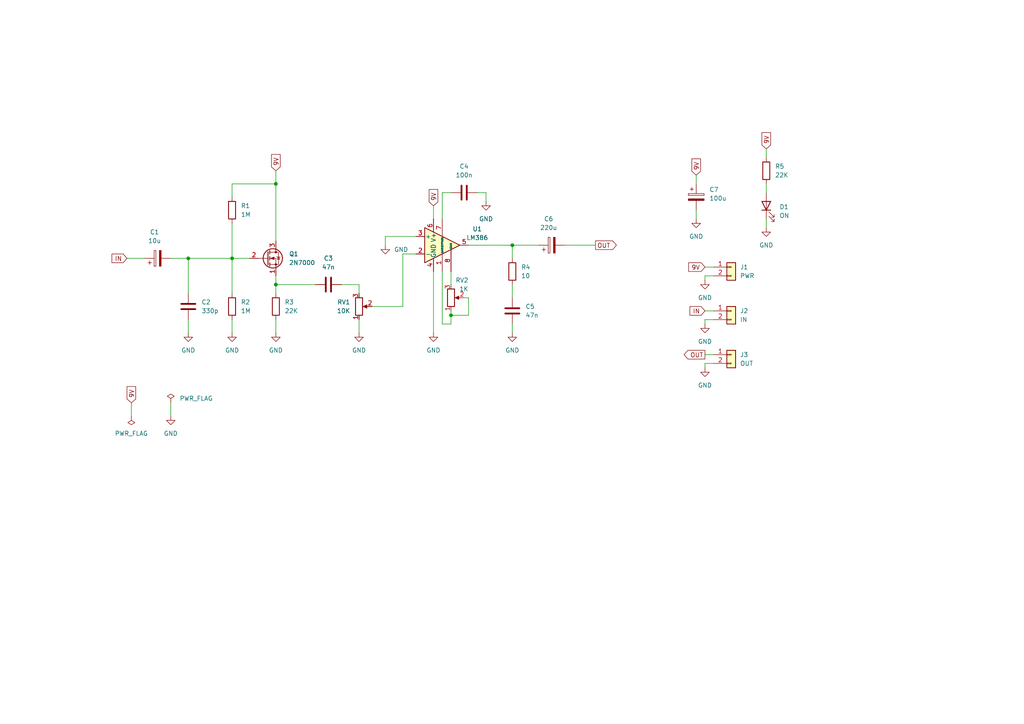
<source format=kicad_sch>
(kicad_sch (version 20211123) (generator eeschema)

  (uuid e63e39d7-6ac0-4ffd-8aa3-1841a4541b55)

  (paper "A4")

  (title_block
    (company "BG1REN")
  )

  (lib_symbols
    (symbol "Amplifier_Audio:LM386" (pin_names (offset 0.127)) (in_bom yes) (on_board yes)
      (property "Reference" "U" (id 0) (at 1.27 7.62 0)
        (effects (font (size 1.27 1.27)) (justify left))
      )
      (property "Value" "LM386" (id 1) (at 1.27 5.08 0)
        (effects (font (size 1.27 1.27)) (justify left))
      )
      (property "Footprint" "" (id 2) (at 2.54 2.54 0)
        (effects (font (size 1.27 1.27)) hide)
      )
      (property "Datasheet" "http://www.ti.com/lit/ds/symlink/lm386.pdf" (id 3) (at 5.08 5.08 0)
        (effects (font (size 1.27 1.27)) hide)
      )
      (property "ki_keywords" "single Power opamp" (id 4) (at 0 0 0)
        (effects (font (size 1.27 1.27)) hide)
      )
      (property "ki_description" "Low Voltage Audio Power Amplifier, DIP-8/SOIC-8/SSOP-8" (id 5) (at 0 0 0)
        (effects (font (size 1.27 1.27)) hide)
      )
      (property "ki_fp_filters" "SOIC*3.9x4.9mm*P1.27mm* DIP*W7.62mm* MSSOP*P0.65mm* TSSOP*3x3mm*P0.5mm*" (id 6) (at 0 0 0)
        (effects (font (size 1.27 1.27)) hide)
      )
      (symbol "LM386_0_1"
        (polyline
          (pts
            (xy 5.08 0)
            (xy -5.08 5.08)
            (xy -5.08 -5.08)
            (xy 5.08 0)
          )
          (stroke (width 0.254) (type default) (color 0 0 0 0))
          (fill (type background))
        )
      )
      (symbol "LM386_1_1"
        (pin input line (at 0 -7.62 90) (length 5.08)
          (name "GAIN" (effects (font (size 0.508 0.508))))
          (number "1" (effects (font (size 1.27 1.27))))
        )
        (pin input line (at -7.62 -2.54 0) (length 2.54)
          (name "-" (effects (font (size 1.27 1.27))))
          (number "2" (effects (font (size 1.27 1.27))))
        )
        (pin input line (at -7.62 2.54 0) (length 2.54)
          (name "+" (effects (font (size 1.27 1.27))))
          (number "3" (effects (font (size 1.27 1.27))))
        )
        (pin power_in line (at -2.54 -7.62 90) (length 3.81)
          (name "GND" (effects (font (size 1.27 1.27))))
          (number "4" (effects (font (size 1.27 1.27))))
        )
        (pin output line (at 7.62 0 180) (length 2.54)
          (name "~" (effects (font (size 1.27 1.27))))
          (number "5" (effects (font (size 1.27 1.27))))
        )
        (pin power_in line (at -2.54 7.62 270) (length 3.81)
          (name "V+" (effects (font (size 1.27 1.27))))
          (number "6" (effects (font (size 1.27 1.27))))
        )
        (pin input line (at 0 7.62 270) (length 5.08)
          (name "BYPASS" (effects (font (size 0.508 0.508))))
          (number "7" (effects (font (size 1.27 1.27))))
        )
        (pin input line (at 2.54 -7.62 90) (length 6.35)
          (name "GAIN" (effects (font (size 0.508 0.508))))
          (number "8" (effects (font (size 1.27 1.27))))
        )
      )
    )
    (symbol "Connector_Generic:Conn_01x02" (pin_names (offset 1.016) hide) (in_bom yes) (on_board yes)
      (property "Reference" "J" (id 0) (at 0 2.54 0)
        (effects (font (size 1.27 1.27)))
      )
      (property "Value" "Conn_01x02" (id 1) (at 0 -5.08 0)
        (effects (font (size 1.27 1.27)))
      )
      (property "Footprint" "" (id 2) (at 0 0 0)
        (effects (font (size 1.27 1.27)) hide)
      )
      (property "Datasheet" "~" (id 3) (at 0 0 0)
        (effects (font (size 1.27 1.27)) hide)
      )
      (property "ki_keywords" "connector" (id 4) (at 0 0 0)
        (effects (font (size 1.27 1.27)) hide)
      )
      (property "ki_description" "Generic connector, single row, 01x02, script generated (kicad-library-utils/schlib/autogen/connector/)" (id 5) (at 0 0 0)
        (effects (font (size 1.27 1.27)) hide)
      )
      (property "ki_fp_filters" "Connector*:*_1x??_*" (id 6) (at 0 0 0)
        (effects (font (size 1.27 1.27)) hide)
      )
      (symbol "Conn_01x02_1_1"
        (rectangle (start -1.27 -2.413) (end 0 -2.667)
          (stroke (width 0.1524) (type default) (color 0 0 0 0))
          (fill (type none))
        )
        (rectangle (start -1.27 0.127) (end 0 -0.127)
          (stroke (width 0.1524) (type default) (color 0 0 0 0))
          (fill (type none))
        )
        (rectangle (start -1.27 1.27) (end 1.27 -3.81)
          (stroke (width 0.254) (type default) (color 0 0 0 0))
          (fill (type background))
        )
        (pin passive line (at -5.08 0 0) (length 3.81)
          (name "Pin_1" (effects (font (size 1.27 1.27))))
          (number "1" (effects (font (size 1.27 1.27))))
        )
        (pin passive line (at -5.08 -2.54 0) (length 3.81)
          (name "Pin_2" (effects (font (size 1.27 1.27))))
          (number "2" (effects (font (size 1.27 1.27))))
        )
      )
    )
    (symbol "Device:C" (pin_numbers hide) (pin_names (offset 0.254)) (in_bom yes) (on_board yes)
      (property "Reference" "C" (id 0) (at 0.635 2.54 0)
        (effects (font (size 1.27 1.27)) (justify left))
      )
      (property "Value" "C" (id 1) (at 0.635 -2.54 0)
        (effects (font (size 1.27 1.27)) (justify left))
      )
      (property "Footprint" "" (id 2) (at 0.9652 -3.81 0)
        (effects (font (size 1.27 1.27)) hide)
      )
      (property "Datasheet" "~" (id 3) (at 0 0 0)
        (effects (font (size 1.27 1.27)) hide)
      )
      (property "ki_keywords" "cap capacitor" (id 4) (at 0 0 0)
        (effects (font (size 1.27 1.27)) hide)
      )
      (property "ki_description" "Unpolarized capacitor" (id 5) (at 0 0 0)
        (effects (font (size 1.27 1.27)) hide)
      )
      (property "ki_fp_filters" "C_*" (id 6) (at 0 0 0)
        (effects (font (size 1.27 1.27)) hide)
      )
      (symbol "C_0_1"
        (polyline
          (pts
            (xy -2.032 -0.762)
            (xy 2.032 -0.762)
          )
          (stroke (width 0.508) (type default) (color 0 0 0 0))
          (fill (type none))
        )
        (polyline
          (pts
            (xy -2.032 0.762)
            (xy 2.032 0.762)
          )
          (stroke (width 0.508) (type default) (color 0 0 0 0))
          (fill (type none))
        )
      )
      (symbol "C_1_1"
        (pin passive line (at 0 3.81 270) (length 2.794)
          (name "~" (effects (font (size 1.27 1.27))))
          (number "1" (effects (font (size 1.27 1.27))))
        )
        (pin passive line (at 0 -3.81 90) (length 2.794)
          (name "~" (effects (font (size 1.27 1.27))))
          (number "2" (effects (font (size 1.27 1.27))))
        )
      )
    )
    (symbol "Device:C_Polarized" (pin_numbers hide) (pin_names (offset 0.254)) (in_bom yes) (on_board yes)
      (property "Reference" "C" (id 0) (at 0.635 2.54 0)
        (effects (font (size 1.27 1.27)) (justify left))
      )
      (property "Value" "C_Polarized" (id 1) (at 0.635 -2.54 0)
        (effects (font (size 1.27 1.27)) (justify left))
      )
      (property "Footprint" "" (id 2) (at 0.9652 -3.81 0)
        (effects (font (size 1.27 1.27)) hide)
      )
      (property "Datasheet" "~" (id 3) (at 0 0 0)
        (effects (font (size 1.27 1.27)) hide)
      )
      (property "ki_keywords" "cap capacitor" (id 4) (at 0 0 0)
        (effects (font (size 1.27 1.27)) hide)
      )
      (property "ki_description" "Polarized capacitor" (id 5) (at 0 0 0)
        (effects (font (size 1.27 1.27)) hide)
      )
      (property "ki_fp_filters" "CP_*" (id 6) (at 0 0 0)
        (effects (font (size 1.27 1.27)) hide)
      )
      (symbol "C_Polarized_0_1"
        (rectangle (start -2.286 0.508) (end 2.286 1.016)
          (stroke (width 0) (type default) (color 0 0 0 0))
          (fill (type none))
        )
        (polyline
          (pts
            (xy -1.778 2.286)
            (xy -0.762 2.286)
          )
          (stroke (width 0) (type default) (color 0 0 0 0))
          (fill (type none))
        )
        (polyline
          (pts
            (xy -1.27 2.794)
            (xy -1.27 1.778)
          )
          (stroke (width 0) (type default) (color 0 0 0 0))
          (fill (type none))
        )
        (rectangle (start 2.286 -0.508) (end -2.286 -1.016)
          (stroke (width 0) (type default) (color 0 0 0 0))
          (fill (type outline))
        )
      )
      (symbol "C_Polarized_1_1"
        (pin passive line (at 0 3.81 270) (length 2.794)
          (name "~" (effects (font (size 1.27 1.27))))
          (number "1" (effects (font (size 1.27 1.27))))
        )
        (pin passive line (at 0 -3.81 90) (length 2.794)
          (name "~" (effects (font (size 1.27 1.27))))
          (number "2" (effects (font (size 1.27 1.27))))
        )
      )
    )
    (symbol "Device:LED" (pin_numbers hide) (pin_names (offset 1.016) hide) (in_bom yes) (on_board yes)
      (property "Reference" "D" (id 0) (at 0 2.54 0)
        (effects (font (size 1.27 1.27)))
      )
      (property "Value" "LED" (id 1) (at 0 -2.54 0)
        (effects (font (size 1.27 1.27)))
      )
      (property "Footprint" "" (id 2) (at 0 0 0)
        (effects (font (size 1.27 1.27)) hide)
      )
      (property "Datasheet" "~" (id 3) (at 0 0 0)
        (effects (font (size 1.27 1.27)) hide)
      )
      (property "ki_keywords" "LED diode" (id 4) (at 0 0 0)
        (effects (font (size 1.27 1.27)) hide)
      )
      (property "ki_description" "Light emitting diode" (id 5) (at 0 0 0)
        (effects (font (size 1.27 1.27)) hide)
      )
      (property "ki_fp_filters" "LED* LED_SMD:* LED_THT:*" (id 6) (at 0 0 0)
        (effects (font (size 1.27 1.27)) hide)
      )
      (symbol "LED_0_1"
        (polyline
          (pts
            (xy -1.27 -1.27)
            (xy -1.27 1.27)
          )
          (stroke (width 0.254) (type default) (color 0 0 0 0))
          (fill (type none))
        )
        (polyline
          (pts
            (xy -1.27 0)
            (xy 1.27 0)
          )
          (stroke (width 0) (type default) (color 0 0 0 0))
          (fill (type none))
        )
        (polyline
          (pts
            (xy 1.27 -1.27)
            (xy 1.27 1.27)
            (xy -1.27 0)
            (xy 1.27 -1.27)
          )
          (stroke (width 0.254) (type default) (color 0 0 0 0))
          (fill (type none))
        )
        (polyline
          (pts
            (xy -3.048 -0.762)
            (xy -4.572 -2.286)
            (xy -3.81 -2.286)
            (xy -4.572 -2.286)
            (xy -4.572 -1.524)
          )
          (stroke (width 0) (type default) (color 0 0 0 0))
          (fill (type none))
        )
        (polyline
          (pts
            (xy -1.778 -0.762)
            (xy -3.302 -2.286)
            (xy -2.54 -2.286)
            (xy -3.302 -2.286)
            (xy -3.302 -1.524)
          )
          (stroke (width 0) (type default) (color 0 0 0 0))
          (fill (type none))
        )
      )
      (symbol "LED_1_1"
        (pin passive line (at -3.81 0 0) (length 2.54)
          (name "K" (effects (font (size 1.27 1.27))))
          (number "1" (effects (font (size 1.27 1.27))))
        )
        (pin passive line (at 3.81 0 180) (length 2.54)
          (name "A" (effects (font (size 1.27 1.27))))
          (number "2" (effects (font (size 1.27 1.27))))
        )
      )
    )
    (symbol "Device:R" (pin_numbers hide) (pin_names (offset 0)) (in_bom yes) (on_board yes)
      (property "Reference" "R" (id 0) (at 2.032 0 90)
        (effects (font (size 1.27 1.27)))
      )
      (property "Value" "R" (id 1) (at 0 0 90)
        (effects (font (size 1.27 1.27)))
      )
      (property "Footprint" "" (id 2) (at -1.778 0 90)
        (effects (font (size 1.27 1.27)) hide)
      )
      (property "Datasheet" "~" (id 3) (at 0 0 0)
        (effects (font (size 1.27 1.27)) hide)
      )
      (property "ki_keywords" "R res resistor" (id 4) (at 0 0 0)
        (effects (font (size 1.27 1.27)) hide)
      )
      (property "ki_description" "Resistor" (id 5) (at 0 0 0)
        (effects (font (size 1.27 1.27)) hide)
      )
      (property "ki_fp_filters" "R_*" (id 6) (at 0 0 0)
        (effects (font (size 1.27 1.27)) hide)
      )
      (symbol "R_0_1"
        (rectangle (start -1.016 -2.54) (end 1.016 2.54)
          (stroke (width 0.254) (type default) (color 0 0 0 0))
          (fill (type none))
        )
      )
      (symbol "R_1_1"
        (pin passive line (at 0 3.81 270) (length 1.27)
          (name "~" (effects (font (size 1.27 1.27))))
          (number "1" (effects (font (size 1.27 1.27))))
        )
        (pin passive line (at 0 -3.81 90) (length 1.27)
          (name "~" (effects (font (size 1.27 1.27))))
          (number "2" (effects (font (size 1.27 1.27))))
        )
      )
    )
    (symbol "Device:R_Potentiometer" (pin_names (offset 1.016) hide) (in_bom yes) (on_board yes)
      (property "Reference" "RV" (id 0) (at -4.445 0 90)
        (effects (font (size 1.27 1.27)))
      )
      (property "Value" "R_Potentiometer" (id 1) (at -2.54 0 90)
        (effects (font (size 1.27 1.27)))
      )
      (property "Footprint" "" (id 2) (at 0 0 0)
        (effects (font (size 1.27 1.27)) hide)
      )
      (property "Datasheet" "~" (id 3) (at 0 0 0)
        (effects (font (size 1.27 1.27)) hide)
      )
      (property "ki_keywords" "resistor variable" (id 4) (at 0 0 0)
        (effects (font (size 1.27 1.27)) hide)
      )
      (property "ki_description" "Potentiometer" (id 5) (at 0 0 0)
        (effects (font (size 1.27 1.27)) hide)
      )
      (property "ki_fp_filters" "Potentiometer*" (id 6) (at 0 0 0)
        (effects (font (size 1.27 1.27)) hide)
      )
      (symbol "R_Potentiometer_0_1"
        (polyline
          (pts
            (xy 2.54 0)
            (xy 1.524 0)
          )
          (stroke (width 0) (type default) (color 0 0 0 0))
          (fill (type none))
        )
        (polyline
          (pts
            (xy 1.143 0)
            (xy 2.286 0.508)
            (xy 2.286 -0.508)
            (xy 1.143 0)
          )
          (stroke (width 0) (type default) (color 0 0 0 0))
          (fill (type outline))
        )
        (rectangle (start 1.016 2.54) (end -1.016 -2.54)
          (stroke (width 0.254) (type default) (color 0 0 0 0))
          (fill (type none))
        )
      )
      (symbol "R_Potentiometer_1_1"
        (pin passive line (at 0 3.81 270) (length 1.27)
          (name "1" (effects (font (size 1.27 1.27))))
          (number "1" (effects (font (size 1.27 1.27))))
        )
        (pin passive line (at 3.81 0 180) (length 1.27)
          (name "2" (effects (font (size 1.27 1.27))))
          (number "2" (effects (font (size 1.27 1.27))))
        )
        (pin passive line (at 0 -3.81 90) (length 1.27)
          (name "3" (effects (font (size 1.27 1.27))))
          (number "3" (effects (font (size 1.27 1.27))))
        )
      )
    )
    (symbol "Transistor_FET:2N7000" (pin_names hide) (in_bom yes) (on_board yes)
      (property "Reference" "Q" (id 0) (at 5.08 1.905 0)
        (effects (font (size 1.27 1.27)) (justify left))
      )
      (property "Value" "2N7000" (id 1) (at 5.08 0 0)
        (effects (font (size 1.27 1.27)) (justify left))
      )
      (property "Footprint" "Package_TO_SOT_THT:TO-92_Inline" (id 2) (at 5.08 -1.905 0)
        (effects (font (size 1.27 1.27) italic) (justify left) hide)
      )
      (property "Datasheet" "https://www.onsemi.com/pub/Collateral/NDS7002A-D.PDF" (id 3) (at 0 0 0)
        (effects (font (size 1.27 1.27)) (justify left) hide)
      )
      (property "ki_keywords" "N-Channel MOSFET Logic-Level" (id 4) (at 0 0 0)
        (effects (font (size 1.27 1.27)) hide)
      )
      (property "ki_description" "0.2A Id, 200V Vds, N-Channel MOSFET, 2.6V Logic Level, TO-92" (id 5) (at 0 0 0)
        (effects (font (size 1.27 1.27)) hide)
      )
      (property "ki_fp_filters" "TO?92*" (id 6) (at 0 0 0)
        (effects (font (size 1.27 1.27)) hide)
      )
      (symbol "2N7000_0_1"
        (polyline
          (pts
            (xy 0.254 0)
            (xy -2.54 0)
          )
          (stroke (width 0) (type default) (color 0 0 0 0))
          (fill (type none))
        )
        (polyline
          (pts
            (xy 0.254 1.905)
            (xy 0.254 -1.905)
          )
          (stroke (width 0.254) (type default) (color 0 0 0 0))
          (fill (type none))
        )
        (polyline
          (pts
            (xy 0.762 -1.27)
            (xy 0.762 -2.286)
          )
          (stroke (width 0.254) (type default) (color 0 0 0 0))
          (fill (type none))
        )
        (polyline
          (pts
            (xy 0.762 0.508)
            (xy 0.762 -0.508)
          )
          (stroke (width 0.254) (type default) (color 0 0 0 0))
          (fill (type none))
        )
        (polyline
          (pts
            (xy 0.762 2.286)
            (xy 0.762 1.27)
          )
          (stroke (width 0.254) (type default) (color 0 0 0 0))
          (fill (type none))
        )
        (polyline
          (pts
            (xy 2.54 2.54)
            (xy 2.54 1.778)
          )
          (stroke (width 0) (type default) (color 0 0 0 0))
          (fill (type none))
        )
        (polyline
          (pts
            (xy 2.54 -2.54)
            (xy 2.54 0)
            (xy 0.762 0)
          )
          (stroke (width 0) (type default) (color 0 0 0 0))
          (fill (type none))
        )
        (polyline
          (pts
            (xy 0.762 -1.778)
            (xy 3.302 -1.778)
            (xy 3.302 1.778)
            (xy 0.762 1.778)
          )
          (stroke (width 0) (type default) (color 0 0 0 0))
          (fill (type none))
        )
        (polyline
          (pts
            (xy 1.016 0)
            (xy 2.032 0.381)
            (xy 2.032 -0.381)
            (xy 1.016 0)
          )
          (stroke (width 0) (type default) (color 0 0 0 0))
          (fill (type outline))
        )
        (polyline
          (pts
            (xy 2.794 0.508)
            (xy 2.921 0.381)
            (xy 3.683 0.381)
            (xy 3.81 0.254)
          )
          (stroke (width 0) (type default) (color 0 0 0 0))
          (fill (type none))
        )
        (polyline
          (pts
            (xy 3.302 0.381)
            (xy 2.921 -0.254)
            (xy 3.683 -0.254)
            (xy 3.302 0.381)
          )
          (stroke (width 0) (type default) (color 0 0 0 0))
          (fill (type none))
        )
        (circle (center 1.651 0) (radius 2.794)
          (stroke (width 0.254) (type default) (color 0 0 0 0))
          (fill (type none))
        )
        (circle (center 2.54 -1.778) (radius 0.254)
          (stroke (width 0) (type default) (color 0 0 0 0))
          (fill (type outline))
        )
        (circle (center 2.54 1.778) (radius 0.254)
          (stroke (width 0) (type default) (color 0 0 0 0))
          (fill (type outline))
        )
      )
      (symbol "2N7000_1_1"
        (pin passive line (at 2.54 -5.08 90) (length 2.54)
          (name "S" (effects (font (size 1.27 1.27))))
          (number "1" (effects (font (size 1.27 1.27))))
        )
        (pin input line (at -5.08 0 0) (length 2.54)
          (name "G" (effects (font (size 1.27 1.27))))
          (number "2" (effects (font (size 1.27 1.27))))
        )
        (pin passive line (at 2.54 5.08 270) (length 2.54)
          (name "D" (effects (font (size 1.27 1.27))))
          (number "3" (effects (font (size 1.27 1.27))))
        )
      )
    )
    (symbol "power:GND" (power) (pin_names (offset 0)) (in_bom yes) (on_board yes)
      (property "Reference" "#PWR" (id 0) (at 0 -6.35 0)
        (effects (font (size 1.27 1.27)) hide)
      )
      (property "Value" "GND" (id 1) (at 0 -3.81 0)
        (effects (font (size 1.27 1.27)))
      )
      (property "Footprint" "" (id 2) (at 0 0 0)
        (effects (font (size 1.27 1.27)) hide)
      )
      (property "Datasheet" "" (id 3) (at 0 0 0)
        (effects (font (size 1.27 1.27)) hide)
      )
      (property "ki_keywords" "power-flag" (id 4) (at 0 0 0)
        (effects (font (size 1.27 1.27)) hide)
      )
      (property "ki_description" "Power symbol creates a global label with name \"GND\" , ground" (id 5) (at 0 0 0)
        (effects (font (size 1.27 1.27)) hide)
      )
      (symbol "GND_0_1"
        (polyline
          (pts
            (xy 0 0)
            (xy 0 -1.27)
            (xy 1.27 -1.27)
            (xy 0 -2.54)
            (xy -1.27 -1.27)
            (xy 0 -1.27)
          )
          (stroke (width 0) (type default) (color 0 0 0 0))
          (fill (type none))
        )
      )
      (symbol "GND_1_1"
        (pin power_in line (at 0 0 270) (length 0) hide
          (name "GND" (effects (font (size 1.27 1.27))))
          (number "1" (effects (font (size 1.27 1.27))))
        )
      )
    )
    (symbol "power:PWR_FLAG" (power) (pin_numbers hide) (pin_names (offset 0) hide) (in_bom yes) (on_board yes)
      (property "Reference" "#FLG" (id 0) (at 0 1.905 0)
        (effects (font (size 1.27 1.27)) hide)
      )
      (property "Value" "PWR_FLAG" (id 1) (at 0 3.81 0)
        (effects (font (size 1.27 1.27)))
      )
      (property "Footprint" "" (id 2) (at 0 0 0)
        (effects (font (size 1.27 1.27)) hide)
      )
      (property "Datasheet" "~" (id 3) (at 0 0 0)
        (effects (font (size 1.27 1.27)) hide)
      )
      (property "ki_keywords" "power-flag" (id 4) (at 0 0 0)
        (effects (font (size 1.27 1.27)) hide)
      )
      (property "ki_description" "Special symbol for telling ERC where power comes from" (id 5) (at 0 0 0)
        (effects (font (size 1.27 1.27)) hide)
      )
      (symbol "PWR_FLAG_0_0"
        (pin power_out line (at 0 0 90) (length 0)
          (name "pwr" (effects (font (size 1.27 1.27))))
          (number "1" (effects (font (size 1.27 1.27))))
        )
      )
      (symbol "PWR_FLAG_0_1"
        (polyline
          (pts
            (xy 0 0)
            (xy 0 1.27)
            (xy -1.016 1.905)
            (xy 0 2.54)
            (xy 1.016 1.905)
            (xy 0 1.27)
          )
          (stroke (width 0) (type default) (color 0 0 0 0))
          (fill (type none))
        )
      )
    )
  )

  (junction (at 67.31 74.93) (diameter 0) (color 0 0 0 0)
    (uuid 08622407-6d56-432f-adc5-3f7e07948fe0)
  )
  (junction (at 54.61 74.93) (diameter 0) (color 0 0 0 0)
    (uuid 0e23898a-759a-487a-a5b9-09f3618a8a0d)
  )
  (junction (at 80.01 82.55) (diameter 0) (color 0 0 0 0)
    (uuid 874c2fc2-d704-4726-b7af-d244f92244b3)
  )
  (junction (at 80.01 53.34) (diameter 0) (color 0 0 0 0)
    (uuid da2f0723-d1e7-434f-900e-815e375cac55)
  )
  (junction (at 130.81 91.44) (diameter 0) (color 0 0 0 0)
    (uuid e66a30ce-e256-4d3e-a76d-ab7faf5ec518)
  )
  (junction (at 148.59 71.12) (diameter 0) (color 0 0 0 0)
    (uuid ebf0f608-1e55-4d92-8e1e-b0f165da58d4)
  )

  (wire (pts (xy 49.53 116.84) (xy 49.53 120.65))
    (stroke (width 0) (type default) (color 0 0 0 0))
    (uuid 09ee6e65-bd6b-4ee4-bb1b-654c9c325738)
  )
  (wire (pts (xy 140.97 55.88) (xy 140.97 58.42))
    (stroke (width 0) (type default) (color 0 0 0 0))
    (uuid 133e6912-9ee7-43a2-8f80-7ace404dfd3c)
  )
  (wire (pts (xy 80.01 82.55) (xy 91.44 82.55))
    (stroke (width 0) (type default) (color 0 0 0 0))
    (uuid 13c84b90-33b1-4859-afba-4430c72c6200)
  )
  (wire (pts (xy 128.27 78.74) (xy 128.27 93.98))
    (stroke (width 0) (type default) (color 0 0 0 0))
    (uuid 1900c140-57e5-408d-9c8b-5b47c781ec62)
  )
  (wire (pts (xy 207.01 105.41) (xy 204.47 105.41))
    (stroke (width 0) (type default) (color 0 0 0 0))
    (uuid 1a1a0c25-2efa-4846-81ce-cf8ebe97a181)
  )
  (wire (pts (xy 49.53 74.93) (xy 54.61 74.93))
    (stroke (width 0) (type default) (color 0 0 0 0))
    (uuid 220f5682-5c12-4c67-987a-54ea734d26c1)
  )
  (wire (pts (xy 67.31 74.93) (xy 72.39 74.93))
    (stroke (width 0) (type default) (color 0 0 0 0))
    (uuid 24927c51-2a27-4986-ad26-513b8b84b734)
  )
  (wire (pts (xy 201.93 60.96) (xy 201.93 63.5))
    (stroke (width 0) (type default) (color 0 0 0 0))
    (uuid 273fbfbc-d959-4125-b84c-dc2e74c0df7a)
  )
  (wire (pts (xy 204.47 90.17) (xy 207.01 90.17))
    (stroke (width 0) (type default) (color 0 0 0 0))
    (uuid 2bc5cb53-1a6f-4164-9f26-406efc1b81ce)
  )
  (wire (pts (xy 207.01 92.71) (xy 204.47 92.71))
    (stroke (width 0) (type default) (color 0 0 0 0))
    (uuid 3097af34-65cc-48f5-bf6f-122558e2da51)
  )
  (wire (pts (xy 222.25 53.34) (xy 222.25 55.88))
    (stroke (width 0) (type default) (color 0 0 0 0))
    (uuid 40f59966-9c41-4046-8346-fd168c10ec6a)
  )
  (wire (pts (xy 111.76 68.58) (xy 111.76 71.12))
    (stroke (width 0) (type default) (color 0 0 0 0))
    (uuid 476f0207-65cc-4e1e-bf5b-aa73cc05b538)
  )
  (wire (pts (xy 80.01 92.71) (xy 80.01 96.52))
    (stroke (width 0) (type default) (color 0 0 0 0))
    (uuid 476fc837-db5d-48d0-8032-781d36def361)
  )
  (wire (pts (xy 222.25 63.5) (xy 222.25 66.04))
    (stroke (width 0) (type default) (color 0 0 0 0))
    (uuid 4a2c4647-e516-4081-8897-38e08e57a9d8)
  )
  (wire (pts (xy 80.01 69.85) (xy 80.01 53.34))
    (stroke (width 0) (type default) (color 0 0 0 0))
    (uuid 4f90f2a9-2fa5-473c-8029-db6e8f2d1090)
  )
  (wire (pts (xy 163.83 71.12) (xy 172.72 71.12))
    (stroke (width 0) (type default) (color 0 0 0 0))
    (uuid 5219e8af-9b58-44df-96aa-d35c4480861b)
  )
  (wire (pts (xy 130.81 93.98) (xy 128.27 93.98))
    (stroke (width 0) (type default) (color 0 0 0 0))
    (uuid 52ec4ae8-d339-4d00-8c95-93953c3c3058)
  )
  (wire (pts (xy 148.59 82.55) (xy 148.59 86.36))
    (stroke (width 0) (type default) (color 0 0 0 0))
    (uuid 54fbeaae-b2df-4b42-a679-540710e26ba9)
  )
  (wire (pts (xy 222.25 43.18) (xy 222.25 45.72))
    (stroke (width 0) (type default) (color 0 0 0 0))
    (uuid 571a0b79-5ac1-479f-a17f-cc42f0e484bd)
  )
  (wire (pts (xy 204.47 102.87) (xy 207.01 102.87))
    (stroke (width 0) (type default) (color 0 0 0 0))
    (uuid 57d06f2d-2951-42a6-9fea-5d83c078a992)
  )
  (wire (pts (xy 104.14 92.71) (xy 104.14 96.52))
    (stroke (width 0) (type default) (color 0 0 0 0))
    (uuid 59094759-9e33-4851-86df-6ad755238ca4)
  )
  (wire (pts (xy 128.27 55.88) (xy 130.81 55.88))
    (stroke (width 0) (type default) (color 0 0 0 0))
    (uuid 6680bb4b-eaac-4603-828a-b871d2cf6437)
  )
  (wire (pts (xy 67.31 53.34) (xy 67.31 57.15))
    (stroke (width 0) (type default) (color 0 0 0 0))
    (uuid 6ca65e32-7333-424f-9904-bb247acff407)
  )
  (wire (pts (xy 80.01 82.55) (xy 80.01 85.09))
    (stroke (width 0) (type default) (color 0 0 0 0))
    (uuid 6d3c10e3-9fed-4a33-8842-60bb6c3dfa58)
  )
  (wire (pts (xy 134.62 86.36) (xy 135.89 86.36))
    (stroke (width 0) (type default) (color 0 0 0 0))
    (uuid 741e671b-6099-47f1-b2b7-bde414e5aeda)
  )
  (wire (pts (xy 54.61 74.93) (xy 67.31 74.93))
    (stroke (width 0) (type default) (color 0 0 0 0))
    (uuid 79ebe189-e417-4f9d-8d6d-b03a4f4a0fc6)
  )
  (wire (pts (xy 130.81 91.44) (xy 130.81 93.98))
    (stroke (width 0) (type default) (color 0 0 0 0))
    (uuid 7a9fa849-998a-4475-8383-2fee397c7306)
  )
  (wire (pts (xy 148.59 93.98) (xy 148.59 96.52))
    (stroke (width 0) (type default) (color 0 0 0 0))
    (uuid 849f1020-01f2-45ad-9da2-f2068812c2c2)
  )
  (wire (pts (xy 201.93 50.8) (xy 201.93 53.34))
    (stroke (width 0) (type default) (color 0 0 0 0))
    (uuid 8572f284-7a45-4da1-91b7-6caf4223e547)
  )
  (wire (pts (xy 54.61 74.93) (xy 54.61 85.09))
    (stroke (width 0) (type default) (color 0 0 0 0))
    (uuid 85daabd9-8dca-4d7f-abdb-61e0065617e1)
  )
  (wire (pts (xy 135.89 71.12) (xy 148.59 71.12))
    (stroke (width 0) (type default) (color 0 0 0 0))
    (uuid 868cde3d-0a61-451e-beaf-b5e234e55d43)
  )
  (wire (pts (xy 135.89 86.36) (xy 135.89 91.44))
    (stroke (width 0) (type default) (color 0 0 0 0))
    (uuid 86e6ba14-cbf6-4b97-8950-55483aa7518d)
  )
  (wire (pts (xy 128.27 63.5) (xy 128.27 55.88))
    (stroke (width 0) (type default) (color 0 0 0 0))
    (uuid 87f32a34-4f8b-4e16-a339-aecaa2a5a693)
  )
  (wire (pts (xy 130.81 90.17) (xy 130.81 91.44))
    (stroke (width 0) (type default) (color 0 0 0 0))
    (uuid 891256b4-962b-48c9-b989-4d7dafa61b6a)
  )
  (wire (pts (xy 204.47 92.71) (xy 204.47 93.98))
    (stroke (width 0) (type default) (color 0 0 0 0))
    (uuid 8bcbc380-d6e2-4161-bd5c-4edd46c8b382)
  )
  (wire (pts (xy 204.47 77.47) (xy 207.01 77.47))
    (stroke (width 0) (type default) (color 0 0 0 0))
    (uuid 8ec228ef-dd46-48ca-9659-5b040124c89e)
  )
  (wire (pts (xy 80.01 53.34) (xy 67.31 53.34))
    (stroke (width 0) (type default) (color 0 0 0 0))
    (uuid 8fc9abc5-ee15-4684-acba-3b4232394231)
  )
  (wire (pts (xy 67.31 64.77) (xy 67.31 74.93))
    (stroke (width 0) (type default) (color 0 0 0 0))
    (uuid 90086944-cefc-4611-91d8-4a25097ca817)
  )
  (wire (pts (xy 148.59 71.12) (xy 156.21 71.12))
    (stroke (width 0) (type default) (color 0 0 0 0))
    (uuid 915b00f7-9c71-4b5b-994b-664c7af36672)
  )
  (wire (pts (xy 36.83 74.93) (xy 41.91 74.93))
    (stroke (width 0) (type default) (color 0 0 0 0))
    (uuid 927f5773-c3a0-4448-b08b-569bd7083648)
  )
  (wire (pts (xy 99.06 82.55) (xy 104.14 82.55))
    (stroke (width 0) (type default) (color 0 0 0 0))
    (uuid 950554b8-bca8-4ae7-88ea-57cab7da02c2)
  )
  (wire (pts (xy 116.84 88.9) (xy 107.95 88.9))
    (stroke (width 0) (type default) (color 0 0 0 0))
    (uuid 964cd46c-d642-4660-8ea3-3c54bc8b85fa)
  )
  (wire (pts (xy 120.65 73.66) (xy 116.84 73.66))
    (stroke (width 0) (type default) (color 0 0 0 0))
    (uuid a3a80a2d-54f7-42d2-b059-125b73613c1a)
  )
  (wire (pts (xy 67.31 74.93) (xy 67.31 85.09))
    (stroke (width 0) (type default) (color 0 0 0 0))
    (uuid b0176398-ba4f-4532-8d2f-6c90879f2470)
  )
  (wire (pts (xy 120.65 68.58) (xy 111.76 68.58))
    (stroke (width 0) (type default) (color 0 0 0 0))
    (uuid b1f02233-887b-4a6c-b83b-2068aaf7ffdf)
  )
  (wire (pts (xy 104.14 82.55) (xy 104.14 85.09))
    (stroke (width 0) (type default) (color 0 0 0 0))
    (uuid b3c88e87-850b-424d-b45d-75d95af9f7cd)
  )
  (wire (pts (xy 138.43 55.88) (xy 140.97 55.88))
    (stroke (width 0) (type default) (color 0 0 0 0))
    (uuid b4cff37a-5657-43e0-aec1-a5765833bb59)
  )
  (wire (pts (xy 80.01 80.01) (xy 80.01 82.55))
    (stroke (width 0) (type default) (color 0 0 0 0))
    (uuid c2ed39b6-c0d7-4250-af31-76f2e8efc679)
  )
  (wire (pts (xy 204.47 105.41) (xy 204.47 106.68))
    (stroke (width 0) (type default) (color 0 0 0 0))
    (uuid cb1a6038-27cd-49fb-b606-13f47751894c)
  )
  (wire (pts (xy 116.84 73.66) (xy 116.84 88.9))
    (stroke (width 0) (type default) (color 0 0 0 0))
    (uuid d2b8cc63-8d54-40e7-ae63-415c5352c61b)
  )
  (wire (pts (xy 207.01 80.01) (xy 204.47 80.01))
    (stroke (width 0) (type default) (color 0 0 0 0))
    (uuid d5ee00af-74a1-43e2-90b0-d1671e5cf1de)
  )
  (wire (pts (xy 130.81 91.44) (xy 135.89 91.44))
    (stroke (width 0) (type default) (color 0 0 0 0))
    (uuid d70f9ca7-be66-4f12-8300-5595c0c3494c)
  )
  (wire (pts (xy 130.81 78.74) (xy 130.81 82.55))
    (stroke (width 0) (type default) (color 0 0 0 0))
    (uuid dbf1fb30-9a6f-4e22-98f7-9cde6c3f8cbf)
  )
  (wire (pts (xy 125.73 59.69) (xy 125.73 63.5))
    (stroke (width 0) (type default) (color 0 0 0 0))
    (uuid dc9362c6-3f23-4b8e-b2d7-9e93d437528b)
  )
  (wire (pts (xy 80.01 49.53) (xy 80.01 53.34))
    (stroke (width 0) (type default) (color 0 0 0 0))
    (uuid dd6c3af6-3763-42e8-a9c9-e2dca93b0138)
  )
  (wire (pts (xy 67.31 92.71) (xy 67.31 96.52))
    (stroke (width 0) (type default) (color 0 0 0 0))
    (uuid dee5be77-c01d-47c3-9e3f-c30d77a672e5)
  )
  (wire (pts (xy 148.59 71.12) (xy 148.59 74.93))
    (stroke (width 0) (type default) (color 0 0 0 0))
    (uuid edb1327f-b177-4c6f-9c0f-9d70ef7a9e8b)
  )
  (wire (pts (xy 38.1 116.84) (xy 38.1 120.65))
    (stroke (width 0) (type default) (color 0 0 0 0))
    (uuid ee5f057d-5154-4abb-b7fb-ac30ae3377da)
  )
  (wire (pts (xy 125.73 78.74) (xy 125.73 96.52))
    (stroke (width 0) (type default) (color 0 0 0 0))
    (uuid f02bcad4-c35b-4c1e-b361-a84cb86822ec)
  )
  (wire (pts (xy 54.61 92.71) (xy 54.61 96.52))
    (stroke (width 0) (type default) (color 0 0 0 0))
    (uuid fb5bb80e-e2fb-4d0f-8927-5074edad64e4)
  )
  (wire (pts (xy 204.47 80.01) (xy 204.47 81.28))
    (stroke (width 0) (type default) (color 0 0 0 0))
    (uuid fd9e6a86-17b3-4dc6-be57-d4d21735c44f)
  )

  (global_label "OUT" (shape output) (at 204.47 102.87 180) (fields_autoplaced)
    (effects (font (size 1.27 1.27)) (justify right))
    (uuid 03fc8036-b2d1-40bd-8b5c-e3d98c08ef1a)
    (property "Intersheet References" "${INTERSHEET_REFS}" (id 0) (at 198.5172 102.9494 0)
      (effects (font (size 1.27 1.27)) (justify right) hide)
    )
  )
  (global_label "9V" (shape input) (at 80.01 49.53 90) (fields_autoplaced)
    (effects (font (size 1.27 1.27)) (justify left))
    (uuid 12463dc9-7d39-4435-bd42-7967bdc62491)
    (property "Intersheet References" "${INTERSHEET_REFS}" (id 0) (at 79.9306 44.9077 90)
      (effects (font (size 1.27 1.27)) (justify left) hide)
    )
  )
  (global_label "OUT" (shape output) (at 172.72 71.12 0) (fields_autoplaced)
    (effects (font (size 1.27 1.27)) (justify left))
    (uuid 26fa56a9-e4a3-4eef-a75b-63295b15d31c)
    (property "Intersheet References" "${INTERSHEET_REFS}" (id 0) (at 178.6728 71.0406 0)
      (effects (font (size 1.27 1.27)) (justify left) hide)
    )
  )
  (global_label "9V" (shape input) (at 222.25 43.18 90) (fields_autoplaced)
    (effects (font (size 1.27 1.27)) (justify left))
    (uuid 37470e05-fddc-40f6-b9b1-c1d9a7ea5baa)
    (property "Intersheet References" "${INTERSHEET_REFS}" (id 0) (at 222.1706 38.5577 90)
      (effects (font (size 1.27 1.27)) (justify left) hide)
    )
  )
  (global_label "IN" (shape input) (at 204.47 90.17 180) (fields_autoplaced)
    (effects (font (size 1.27 1.27)) (justify right))
    (uuid 3f9b262e-492d-4c29-859c-192761a22a64)
    (property "Intersheet References" "${INTERSHEET_REFS}" (id 0) (at 200.2106 90.0906 0)
      (effects (font (size 1.27 1.27)) (justify right) hide)
    )
  )
  (global_label "9V" (shape input) (at 204.47 77.47 180) (fields_autoplaced)
    (effects (font (size 1.27 1.27)) (justify right))
    (uuid 62165bc0-f688-4e2e-9290-fc78c7e911a7)
    (property "Intersheet References" "${INTERSHEET_REFS}" (id 0) (at 199.8477 77.5494 0)
      (effects (font (size 1.27 1.27)) (justify right) hide)
    )
  )
  (global_label "9V" (shape input) (at 38.1 116.84 90) (fields_autoplaced)
    (effects (font (size 1.27 1.27)) (justify left))
    (uuid 72c5681c-c05b-4745-ad59-03d5bdb51ee5)
    (property "Intersheet References" "${INTERSHEET_REFS}" (id 0) (at 38.0206 112.2177 90)
      (effects (font (size 1.27 1.27)) (justify left) hide)
    )
  )
  (global_label "9V" (shape input) (at 201.93 50.8 90) (fields_autoplaced)
    (effects (font (size 1.27 1.27)) (justify left))
    (uuid 81ac3940-f629-4e3b-91d7-375311ca7728)
    (property "Intersheet References" "${INTERSHEET_REFS}" (id 0) (at 201.8506 46.1777 90)
      (effects (font (size 1.27 1.27)) (justify left) hide)
    )
  )
  (global_label "IN" (shape input) (at 36.83 74.93 180) (fields_autoplaced)
    (effects (font (size 1.27 1.27)) (justify right))
    (uuid 98b4e46f-6a34-4f3e-b3e0-eebd8fe9a617)
    (property "Intersheet References" "${INTERSHEET_REFS}" (id 0) (at 32.5706 74.8506 0)
      (effects (font (size 1.27 1.27)) (justify right) hide)
    )
  )
  (global_label "9V" (shape input) (at 125.73 59.69 90) (fields_autoplaced)
    (effects (font (size 1.27 1.27)) (justify left))
    (uuid 9d243ce1-46c0-4fad-8747-33e6278126d7)
    (property "Intersheet References" "${INTERSHEET_REFS}" (id 0) (at 125.6506 55.0677 90)
      (effects (font (size 1.27 1.27)) (justify left) hide)
    )
  )

  (symbol (lib_id "power:GND") (at 204.47 93.98 0) (unit 1)
    (in_bom yes) (on_board yes) (fields_autoplaced)
    (uuid 01e2f9d9-38af-4a95-a9d1-82ba80dd409e)
    (property "Reference" "#PWR02" (id 0) (at 204.47 100.33 0)
      (effects (font (size 1.27 1.27)) hide)
    )
    (property "Value" "GND" (id 1) (at 204.47 99.06 0))
    (property "Footprint" "" (id 2) (at 204.47 93.98 0)
      (effects (font (size 1.27 1.27)) hide)
    )
    (property "Datasheet" "" (id 3) (at 204.47 93.98 0)
      (effects (font (size 1.27 1.27)) hide)
    )
    (pin "1" (uuid 605f1420-d13d-4a41-8f96-a54eafc5d471))
  )

  (symbol (lib_id "Connector_Generic:Conn_01x02") (at 212.09 102.87 0) (unit 1)
    (in_bom yes) (on_board yes) (fields_autoplaced)
    (uuid 0e690fef-584e-4d22-ac08-2afa660293df)
    (property "Reference" "J3" (id 0) (at 214.63 102.8699 0)
      (effects (font (size 1.27 1.27)) (justify left))
    )
    (property "Value" "OUT" (id 1) (at 214.63 105.4099 0)
      (effects (font (size 1.27 1.27)) (justify left))
    )
    (property "Footprint" "Connector_JST:JST_EH_B2B-EH-A_1x02_P2.50mm_Vertical" (id 2) (at 212.09 102.87 0)
      (effects (font (size 1.27 1.27)) hide)
    )
    (property "Datasheet" "~" (id 3) (at 212.09 102.87 0)
      (effects (font (size 1.27 1.27)) hide)
    )
    (pin "1" (uuid e59f4b78-60e9-4815-a614-5b9dfd518687))
    (pin "2" (uuid eaf9ba93-5490-41c2-baa5-8e6d41758c20))
  )

  (symbol (lib_id "Device:C") (at 54.61 88.9 0) (unit 1)
    (in_bom yes) (on_board yes) (fields_autoplaced)
    (uuid 19564a71-ce37-42d2-a51c-a25445cf57c5)
    (property "Reference" "C2" (id 0) (at 58.42 87.6299 0)
      (effects (font (size 1.27 1.27)) (justify left))
    )
    (property "Value" "330p" (id 1) (at 58.42 90.1699 0)
      (effects (font (size 1.27 1.27)) (justify left))
    )
    (property "Footprint" "Capacitor_THT:C_Disc_D4.3mm_W1.9mm_P5.00mm" (id 2) (at 55.5752 92.71 0)
      (effects (font (size 1.27 1.27)) hide)
    )
    (property "Datasheet" "~" (id 3) (at 54.61 88.9 0)
      (effects (font (size 1.27 1.27)) hide)
    )
    (pin "1" (uuid 898c0094-ff4f-4630-91c1-84e767f091ad))
    (pin "2" (uuid d4286bc5-3f3a-4659-80b9-42b41fa62ce8))
  )

  (symbol (lib_id "Device:R_Potentiometer") (at 104.14 88.9 0) (mirror x) (unit 1)
    (in_bom yes) (on_board yes) (fields_autoplaced)
    (uuid 1c204476-44d9-4758-b48d-c5c6b201ee11)
    (property "Reference" "RV1" (id 0) (at 101.6 87.6299 0)
      (effects (font (size 1.27 1.27)) (justify right))
    )
    (property "Value" "10K" (id 1) (at 101.6 90.1699 0)
      (effects (font (size 1.27 1.27)) (justify right))
    )
    (property "Footprint" "Connector_JST:JST_EH_B3B-EH-A_1x03_P2.50mm_Vertical" (id 2) (at 104.14 88.9 0)
      (effects (font (size 1.27 1.27)) hide)
    )
    (property "Datasheet" "~" (id 3) (at 104.14 88.9 0)
      (effects (font (size 1.27 1.27)) hide)
    )
    (pin "1" (uuid 510daf64-104d-4f97-8e6b-326a585b7048))
    (pin "2" (uuid 6ada244d-24aa-4692-b3cd-a88a4aa5d648))
    (pin "3" (uuid f79f7275-7d53-467c-8b2f-f2163c935538))
  )

  (symbol (lib_id "power:GND") (at 148.59 96.52 0) (unit 1)
    (in_bom yes) (on_board yes) (fields_autoplaced)
    (uuid 1d672ebe-ce8c-4130-aa90-31a1bdce4093)
    (property "Reference" "#PWR0108" (id 0) (at 148.59 102.87 0)
      (effects (font (size 1.27 1.27)) hide)
    )
    (property "Value" "GND" (id 1) (at 148.59 101.6 0))
    (property "Footprint" "" (id 2) (at 148.59 96.52 0)
      (effects (font (size 1.27 1.27)) hide)
    )
    (property "Datasheet" "" (id 3) (at 148.59 96.52 0)
      (effects (font (size 1.27 1.27)) hide)
    )
    (pin "1" (uuid e20aef61-919a-477d-b43e-c660e6eaf60e))
  )

  (symbol (lib_id "power:GND") (at 125.73 96.52 0) (unit 1)
    (in_bom yes) (on_board yes) (fields_autoplaced)
    (uuid 2013ef49-ae9d-48ff-8afb-5bcf0f976a6c)
    (property "Reference" "#PWR0107" (id 0) (at 125.73 102.87 0)
      (effects (font (size 1.27 1.27)) hide)
    )
    (property "Value" "GND" (id 1) (at 125.73 101.6 0))
    (property "Footprint" "" (id 2) (at 125.73 96.52 0)
      (effects (font (size 1.27 1.27)) hide)
    )
    (property "Datasheet" "" (id 3) (at 125.73 96.52 0)
      (effects (font (size 1.27 1.27)) hide)
    )
    (pin "1" (uuid bfa5e561-4b18-4458-b990-10bd1c41b764))
  )

  (symbol (lib_id "power:GND") (at 140.97 58.42 0) (unit 1)
    (in_bom yes) (on_board yes) (fields_autoplaced)
    (uuid 230c37fa-47ca-4b30-8708-08a4b45cbec1)
    (property "Reference" "#PWR0106" (id 0) (at 140.97 64.77 0)
      (effects (font (size 1.27 1.27)) hide)
    )
    (property "Value" "GND" (id 1) (at 140.97 63.5 0))
    (property "Footprint" "" (id 2) (at 140.97 58.42 0)
      (effects (font (size 1.27 1.27)) hide)
    )
    (property "Datasheet" "" (id 3) (at 140.97 58.42 0)
      (effects (font (size 1.27 1.27)) hide)
    )
    (pin "1" (uuid 53cbb5b0-0369-432e-af4d-123357a40e62))
  )

  (symbol (lib_id "Device:R_Potentiometer") (at 130.81 86.36 0) (mirror x) (unit 1)
    (in_bom yes) (on_board yes)
    (uuid 287ef330-dcb0-45c0-b41a-e1cfc414c30f)
    (property "Reference" "RV2" (id 0) (at 135.89 81.28 0)
      (effects (font (size 1.27 1.27)) (justify right))
    )
    (property "Value" "1K" (id 1) (at 135.89 83.82 0)
      (effects (font (size 1.27 1.27)) (justify right))
    )
    (property "Footprint" "Connector_JST:JST_EH_B3B-EH-A_1x03_P2.50mm_Vertical" (id 2) (at 130.81 86.36 0)
      (effects (font (size 1.27 1.27)) hide)
    )
    (property "Datasheet" "~" (id 3) (at 130.81 86.36 0)
      (effects (font (size 1.27 1.27)) hide)
    )
    (pin "1" (uuid f03a335a-eee3-47a2-bdd2-078f70f0c5c0))
    (pin "2" (uuid 51d2d219-b865-416b-be44-7a5c185e8463))
    (pin "3" (uuid 2347cff6-6b22-48b0-adcd-e5c1c54d9857))
  )

  (symbol (lib_id "Amplifier_Audio:LM386") (at 128.27 71.12 0) (unit 1)
    (in_bom yes) (on_board yes) (fields_autoplaced)
    (uuid 2cb05d43-df82-498c-aae1-4b1a0a350f82)
    (property "Reference" "U1" (id 0) (at 138.43 66.421 0))
    (property "Value" "LM386" (id 1) (at 138.43 68.961 0))
    (property "Footprint" "Package_DIP:DIP-8_W7.62mm" (id 2) (at 130.81 68.58 0)
      (effects (font (size 1.27 1.27)) hide)
    )
    (property "Datasheet" "http://www.ti.com/lit/ds/symlink/lm386.pdf" (id 3) (at 133.35 66.04 0)
      (effects (font (size 1.27 1.27)) hide)
    )
    (pin "1" (uuid ebadfd51-5a1d-4821-b341-8a1acb4abb01))
    (pin "2" (uuid e1c71a89-4e45-4a56-a6ef-342af5f92d5c))
    (pin "3" (uuid e20929e2-2c15-4a75-b1ed-9caa9bd27df7))
    (pin "4" (uuid faa605d9-8c1c-4d31-b7c1-3dc31a22eb34))
    (pin "5" (uuid 617498ce-8469-4f4b-9f2b-09a2437561eb))
    (pin "6" (uuid 7e90deb5-aef9-4d2b-a440-4cb0dbfaaa93))
    (pin "7" (uuid 87a32952-c8e5-40ba-af1d-1a8829a6c906))
    (pin "8" (uuid a8a389df-8d18-4e17-a74f-f60d5d77371e))
  )

  (symbol (lib_id "Device:R") (at 222.25 49.53 0) (unit 1)
    (in_bom yes) (on_board yes) (fields_autoplaced)
    (uuid 32bbe0fe-bd18-407d-96b0-511c394a46be)
    (property "Reference" "R5" (id 0) (at 224.79 48.2599 0)
      (effects (font (size 1.27 1.27)) (justify left))
    )
    (property "Value" "" (id 1) (at 224.79 50.7999 0)
      (effects (font (size 1.27 1.27)) (justify left))
    )
    (property "Footprint" "Resistor_THT:R_Axial_DIN0207_L6.3mm_D2.5mm_P2.54mm_Vertical" (id 2) (at 220.472 49.53 90)
      (effects (font (size 1.27 1.27)) hide)
    )
    (property "Datasheet" "~" (id 3) (at 222.25 49.53 0)
      (effects (font (size 1.27 1.27)) hide)
    )
    (pin "1" (uuid 841073a4-8dc1-4bf9-96c8-795e01161edb))
    (pin "2" (uuid af1d79cc-f17d-469a-96a0-820f2814ce77))
  )

  (symbol (lib_id "power:GND") (at 80.01 96.52 0) (unit 1)
    (in_bom yes) (on_board yes) (fields_autoplaced)
    (uuid 34cc871c-5c20-4d36-af37-b8af9c1d2669)
    (property "Reference" "#PWR0103" (id 0) (at 80.01 102.87 0)
      (effects (font (size 1.27 1.27)) hide)
    )
    (property "Value" "GND" (id 1) (at 80.01 101.6 0))
    (property "Footprint" "" (id 2) (at 80.01 96.52 0)
      (effects (font (size 1.27 1.27)) hide)
    )
    (property "Datasheet" "" (id 3) (at 80.01 96.52 0)
      (effects (font (size 1.27 1.27)) hide)
    )
    (pin "1" (uuid 49a07a69-15c7-4c66-b48b-5635f0512017))
  )

  (symbol (lib_id "Device:R") (at 67.31 88.9 0) (unit 1)
    (in_bom yes) (on_board yes) (fields_autoplaced)
    (uuid 39f4a93e-a66f-49d9-9489-04177f4bdb50)
    (property "Reference" "R2" (id 0) (at 69.85 87.6299 0)
      (effects (font (size 1.27 1.27)) (justify left))
    )
    (property "Value" "1M" (id 1) (at 69.85 90.1699 0)
      (effects (font (size 1.27 1.27)) (justify left))
    )
    (property "Footprint" "Resistor_THT:R_Axial_DIN0207_L6.3mm_D2.5mm_P2.54mm_Vertical" (id 2) (at 65.532 88.9 90)
      (effects (font (size 1.27 1.27)) hide)
    )
    (property "Datasheet" "~" (id 3) (at 67.31 88.9 0)
      (effects (font (size 1.27 1.27)) hide)
    )
    (pin "1" (uuid db2e9df3-5866-477c-b122-58d40133d766))
    (pin "2" (uuid 2157593c-310f-447e-8a97-4b9a8bb259bb))
  )

  (symbol (lib_id "Device:LED") (at 222.25 59.69 90) (unit 1)
    (in_bom yes) (on_board yes) (fields_autoplaced)
    (uuid 3a27b571-8da0-4225-9380-cce3880b153b)
    (property "Reference" "D1" (id 0) (at 226.06 60.0074 90)
      (effects (font (size 1.27 1.27)) (justify right))
    )
    (property "Value" "" (id 1) (at 226.06 62.5474 90)
      (effects (font (size 1.27 1.27)) (justify right))
    )
    (property "Footprint" "" (id 2) (at 222.25 59.69 0)
      (effects (font (size 1.27 1.27)) hide)
    )
    (property "Datasheet" "~" (id 3) (at 222.25 59.69 0)
      (effects (font (size 1.27 1.27)) hide)
    )
    (pin "1" (uuid f806c4f8-c214-4daf-a5cf-a3976d225c37))
    (pin "2" (uuid 604c6335-bf80-4793-befe-46dcc7eb0f27))
  )

  (symbol (lib_id "power:GND") (at 104.14 96.52 0) (unit 1)
    (in_bom yes) (on_board yes) (fields_autoplaced)
    (uuid 59314e5a-7df8-46b8-a702-8434592d8cc8)
    (property "Reference" "#PWR0104" (id 0) (at 104.14 102.87 0)
      (effects (font (size 1.27 1.27)) hide)
    )
    (property "Value" "GND" (id 1) (at 104.14 101.6 0))
    (property "Footprint" "" (id 2) (at 104.14 96.52 0)
      (effects (font (size 1.27 1.27)) hide)
    )
    (property "Datasheet" "" (id 3) (at 104.14 96.52 0)
      (effects (font (size 1.27 1.27)) hide)
    )
    (pin "1" (uuid 4cbea216-5ea2-49bc-accd-0245c10b84e0))
  )

  (symbol (lib_id "power:GND") (at 222.25 66.04 0) (unit 1)
    (in_bom yes) (on_board yes) (fields_autoplaced)
    (uuid 59de13f7-b11e-41be-bfc1-866ced74c108)
    (property "Reference" "#PWR04" (id 0) (at 222.25 72.39 0)
      (effects (font (size 1.27 1.27)) hide)
    )
    (property "Value" "GND" (id 1) (at 222.25 71.12 0))
    (property "Footprint" "" (id 2) (at 222.25 66.04 0)
      (effects (font (size 1.27 1.27)) hide)
    )
    (property "Datasheet" "" (id 3) (at 222.25 66.04 0)
      (effects (font (size 1.27 1.27)) hide)
    )
    (pin "1" (uuid ee30a4e7-27fc-4652-95ed-41963b99ef35))
  )

  (symbol (lib_id "Device:R") (at 67.31 60.96 0) (unit 1)
    (in_bom yes) (on_board yes) (fields_autoplaced)
    (uuid 5bffc67e-1f19-4ce8-a04b-5942212e56a5)
    (property "Reference" "R1" (id 0) (at 69.85 59.6899 0)
      (effects (font (size 1.27 1.27)) (justify left))
    )
    (property "Value" "1M" (id 1) (at 69.85 62.2299 0)
      (effects (font (size 1.27 1.27)) (justify left))
    )
    (property "Footprint" "Resistor_THT:R_Axial_DIN0207_L6.3mm_D2.5mm_P2.54mm_Vertical" (id 2) (at 65.532 60.96 90)
      (effects (font (size 1.27 1.27)) hide)
    )
    (property "Datasheet" "~" (id 3) (at 67.31 60.96 0)
      (effects (font (size 1.27 1.27)) hide)
    )
    (pin "1" (uuid c41f1e29-aebd-4106-9e20-ba3cc383b8ef))
    (pin "2" (uuid bf369b9c-273d-46f2-9162-086fc0edb50e))
  )

  (symbol (lib_id "Device:C_Polarized") (at 45.72 74.93 90) (unit 1)
    (in_bom yes) (on_board yes) (fields_autoplaced)
    (uuid 6a7b2059-d977-4612-95c2-3fe01e6e1434)
    (property "Reference" "C1" (id 0) (at 44.831 67.31 90))
    (property "Value" "10u" (id 1) (at 44.831 69.85 90))
    (property "Footprint" "" (id 2) (at 49.53 73.9648 0)
      (effects (font (size 1.27 1.27)) hide)
    )
    (property "Datasheet" "~" (id 3) (at 45.72 74.93 0)
      (effects (font (size 1.27 1.27)) hide)
    )
    (pin "1" (uuid a5acfc13-660b-4475-8069-b28733a7b5eb))
    (pin "2" (uuid ed4682aa-5710-4438-810d-939bc55b81c3))
  )

  (symbol (lib_id "power:PWR_FLAG") (at 38.1 120.65 180) (unit 1)
    (in_bom yes) (on_board yes) (fields_autoplaced)
    (uuid 7130d7b4-1989-4ab7-8b2b-e05bbcbde940)
    (property "Reference" "#FLG0101" (id 0) (at 38.1 122.555 0)
      (effects (font (size 1.27 1.27)) hide)
    )
    (property "Value" "PWR_FLAG" (id 1) (at 38.1 125.73 0))
    (property "Footprint" "" (id 2) (at 38.1 120.65 0)
      (effects (font (size 1.27 1.27)) hide)
    )
    (property "Datasheet" "~" (id 3) (at 38.1 120.65 0)
      (effects (font (size 1.27 1.27)) hide)
    )
    (pin "1" (uuid 7a96ec85-ed4a-4660-9ce7-f0cfe856ea27))
  )

  (symbol (lib_id "Device:C") (at 148.59 90.17 0) (unit 1)
    (in_bom yes) (on_board yes) (fields_autoplaced)
    (uuid 7214d343-619f-410e-a967-4c463614ec86)
    (property "Reference" "C5" (id 0) (at 152.4 88.8999 0)
      (effects (font (size 1.27 1.27)) (justify left))
    )
    (property "Value" "47n" (id 1) (at 152.4 91.4399 0)
      (effects (font (size 1.27 1.27)) (justify left))
    )
    (property "Footprint" "Capacitor_THT:C_Disc_D4.3mm_W1.9mm_P5.00mm" (id 2) (at 149.5552 93.98 0)
      (effects (font (size 1.27 1.27)) hide)
    )
    (property "Datasheet" "~" (id 3) (at 148.59 90.17 0)
      (effects (font (size 1.27 1.27)) hide)
    )
    (pin "1" (uuid e242a21f-02fb-4e16-8e74-b5acc46ac2d1))
    (pin "2" (uuid 752772ee-7b54-4119-b586-31c980a93b51))
  )

  (symbol (lib_id "Device:C") (at 134.62 55.88 90) (unit 1)
    (in_bom yes) (on_board yes) (fields_autoplaced)
    (uuid 762bd050-ba42-4d08-b210-6aea6f24d3cd)
    (property "Reference" "C4" (id 0) (at 134.62 48.26 90))
    (property "Value" "100n" (id 1) (at 134.62 50.8 90))
    (property "Footprint" "Capacitor_THT:C_Disc_D4.3mm_W1.9mm_P5.00mm" (id 2) (at 138.43 54.9148 0)
      (effects (font (size 1.27 1.27)) hide)
    )
    (property "Datasheet" "~" (id 3) (at 134.62 55.88 0)
      (effects (font (size 1.27 1.27)) hide)
    )
    (pin "1" (uuid 8cbe7bfe-d451-4619-989f-2bf20221bbec))
    (pin "2" (uuid 64239ff4-ce8c-430e-92e5-8cdd1a01aed8))
  )

  (symbol (lib_id "power:GND") (at 54.61 96.52 0) (unit 1)
    (in_bom yes) (on_board yes) (fields_autoplaced)
    (uuid 9960d36c-42cb-481e-9c67-fbf74d0c7c59)
    (property "Reference" "#PWR0102" (id 0) (at 54.61 102.87 0)
      (effects (font (size 1.27 1.27)) hide)
    )
    (property "Value" "GND" (id 1) (at 54.61 101.6 0))
    (property "Footprint" "" (id 2) (at 54.61 96.52 0)
      (effects (font (size 1.27 1.27)) hide)
    )
    (property "Datasheet" "" (id 3) (at 54.61 96.52 0)
      (effects (font (size 1.27 1.27)) hide)
    )
    (pin "1" (uuid ca4b0e12-10b9-4249-a961-aa54a5bf27ee))
  )

  (symbol (lib_id "Device:R") (at 80.01 88.9 0) (unit 1)
    (in_bom yes) (on_board yes) (fields_autoplaced)
    (uuid 9dd69121-1a8b-43f4-9c2e-6db2fd66841b)
    (property "Reference" "R3" (id 0) (at 82.55 87.6299 0)
      (effects (font (size 1.27 1.27)) (justify left))
    )
    (property "Value" "22K" (id 1) (at 82.55 90.1699 0)
      (effects (font (size 1.27 1.27)) (justify left))
    )
    (property "Footprint" "Resistor_THT:R_Axial_DIN0207_L6.3mm_D2.5mm_P2.54mm_Vertical" (id 2) (at 78.232 88.9 90)
      (effects (font (size 1.27 1.27)) hide)
    )
    (property "Datasheet" "~" (id 3) (at 80.01 88.9 0)
      (effects (font (size 1.27 1.27)) hide)
    )
    (pin "1" (uuid fca04b66-501f-460c-929a-8838666950c5))
    (pin "2" (uuid 3fc9a61c-92f2-4016-a4cc-826e4ea140a5))
  )

  (symbol (lib_id "Transistor_FET:2N7000") (at 77.47 74.93 0) (unit 1)
    (in_bom yes) (on_board yes) (fields_autoplaced)
    (uuid a544eb0a-75db-4baf-bf54-9ca21744343b)
    (property "Reference" "Q1" (id 0) (at 83.82 73.6599 0)
      (effects (font (size 1.27 1.27)) (justify left))
    )
    (property "Value" "2N7000" (id 1) (at 83.82 76.1999 0)
      (effects (font (size 1.27 1.27)) (justify left))
    )
    (property "Footprint" "Package_TO_SOT_THT:TO-92_Inline_Wide" (id 2) (at 82.55 76.835 0)
      (effects (font (size 1.27 1.27) italic) (justify left) hide)
    )
    (property "Datasheet" "https://www.onsemi.com/pub/Collateral/NDS7002A-D.PDF" (id 3) (at 77.47 74.93 0)
      (effects (font (size 1.27 1.27)) (justify left) hide)
    )
    (pin "1" (uuid babeabf2-f3b0-4ed5-8d9e-0215947e6cf3))
    (pin "2" (uuid e8c50f1b-c316-4110-9cce-5c24c65a1eaa))
    (pin "3" (uuid d7269d2a-b8c0-422d-8f25-f79ea31bf75e))
  )

  (symbol (lib_id "Device:C") (at 95.25 82.55 90) (unit 1)
    (in_bom yes) (on_board yes) (fields_autoplaced)
    (uuid b0064db8-ebc9-4fc5-a1b3-04116a1ad079)
    (property "Reference" "C3" (id 0) (at 95.25 74.93 90))
    (property "Value" "47n" (id 1) (at 95.25 77.47 90))
    (property "Footprint" "Capacitor_THT:C_Disc_D4.3mm_W1.9mm_P5.00mm" (id 2) (at 99.06 81.5848 0)
      (effects (font (size 1.27 1.27)) hide)
    )
    (property "Datasheet" "~" (id 3) (at 95.25 82.55 0)
      (effects (font (size 1.27 1.27)) hide)
    )
    (pin "1" (uuid b2cc1ff0-1398-4ee6-b0cc-c3393591263f))
    (pin "2" (uuid 921640b8-d1c8-4ecf-94d9-b7dea7acaf31))
  )

  (symbol (lib_id "Connector_Generic:Conn_01x02") (at 212.09 77.47 0) (unit 1)
    (in_bom yes) (on_board yes) (fields_autoplaced)
    (uuid bfc61450-a1de-4541-84f6-caa5cf796d02)
    (property "Reference" "J1" (id 0) (at 214.63 77.4699 0)
      (effects (font (size 1.27 1.27)) (justify left))
    )
    (property "Value" "PWR" (id 1) (at 214.63 80.0099 0)
      (effects (font (size 1.27 1.27)) (justify left))
    )
    (property "Footprint" "Connector_JST:JST_EH_B2B-EH-A_1x02_P2.50mm_Vertical" (id 2) (at 212.09 77.47 0)
      (effects (font (size 1.27 1.27)) hide)
    )
    (property "Datasheet" "~" (id 3) (at 212.09 77.47 0)
      (effects (font (size 1.27 1.27)) hide)
    )
    (pin "1" (uuid 17a5933a-08b8-4b60-9c0d-8b376afca4f9))
    (pin "2" (uuid 7ec5d3ed-5ae6-43dd-b080-e0bf179ca819))
  )

  (symbol (lib_id "power:GND") (at 201.93 63.5 0) (unit 1)
    (in_bom yes) (on_board yes) (fields_autoplaced)
    (uuid c1f5a18e-48be-4a64-8f35-ad71b1ce61e5)
    (property "Reference" "#PWR0109" (id 0) (at 201.93 69.85 0)
      (effects (font (size 1.27 1.27)) hide)
    )
    (property "Value" "GND" (id 1) (at 201.93 68.58 0))
    (property "Footprint" "" (id 2) (at 201.93 63.5 0)
      (effects (font (size 1.27 1.27)) hide)
    )
    (property "Datasheet" "" (id 3) (at 201.93 63.5 0)
      (effects (font (size 1.27 1.27)) hide)
    )
    (pin "1" (uuid 949de330-b489-426e-973f-80fc8d183fa2))
  )

  (symbol (lib_id "Device:R") (at 148.59 78.74 0) (unit 1)
    (in_bom yes) (on_board yes) (fields_autoplaced)
    (uuid c7bf92b8-638c-4a23-96a9-8feb8e4af861)
    (property "Reference" "R4" (id 0) (at 151.13 77.4699 0)
      (effects (font (size 1.27 1.27)) (justify left))
    )
    (property "Value" "10" (id 1) (at 151.13 80.0099 0)
      (effects (font (size 1.27 1.27)) (justify left))
    )
    (property "Footprint" "Resistor_THT:R_Axial_DIN0207_L6.3mm_D2.5mm_P2.54mm_Vertical" (id 2) (at 146.812 78.74 90)
      (effects (font (size 1.27 1.27)) hide)
    )
    (property "Datasheet" "~" (id 3) (at 148.59 78.74 0)
      (effects (font (size 1.27 1.27)) hide)
    )
    (pin "1" (uuid ecdb71e5-16a0-4814-a902-fc76d9b307f2))
    (pin "2" (uuid 4aa44c6b-78dd-407f-941a-55ba315453aa))
  )

  (symbol (lib_id "Device:C_Polarized") (at 201.93 57.15 0) (unit 1)
    (in_bom yes) (on_board yes) (fields_autoplaced)
    (uuid cb69a644-308e-4d39-a69b-d345ac8ff18c)
    (property "Reference" "C7" (id 0) (at 205.74 54.9909 0)
      (effects (font (size 1.27 1.27)) (justify left))
    )
    (property "Value" "100u" (id 1) (at 205.74 57.5309 0)
      (effects (font (size 1.27 1.27)) (justify left))
    )
    (property "Footprint" "Capacitor_THT:CP_Radial_D5.0mm_P2.00mm" (id 2) (at 202.8952 60.96 0)
      (effects (font (size 1.27 1.27)) hide)
    )
    (property "Datasheet" "~" (id 3) (at 201.93 57.15 0)
      (effects (font (size 1.27 1.27)) hide)
    )
    (pin "1" (uuid 9c508a21-28a7-4ce2-8faa-1d6d2ed01008))
    (pin "2" (uuid 79bde261-83e6-4bc5-8b3b-cfa261c8fb93))
  )

  (symbol (lib_id "power:PWR_FLAG") (at 49.53 116.84 0) (unit 1)
    (in_bom yes) (on_board yes) (fields_autoplaced)
    (uuid cecd6d13-969d-4e43-943d-6b4b9e2f30d7)
    (property "Reference" "#FLG0102" (id 0) (at 49.53 114.935 0)
      (effects (font (size 1.27 1.27)) hide)
    )
    (property "Value" "PWR_FLAG" (id 1) (at 52.07 115.5699 0)
      (effects (font (size 1.27 1.27)) (justify left))
    )
    (property "Footprint" "" (id 2) (at 49.53 116.84 0)
      (effects (font (size 1.27 1.27)) hide)
    )
    (property "Datasheet" "~" (id 3) (at 49.53 116.84 0)
      (effects (font (size 1.27 1.27)) hide)
    )
    (pin "1" (uuid e82f736e-b761-47f9-9a05-21cb792b7a3c))
  )

  (symbol (lib_id "Device:C_Polarized") (at 160.02 71.12 90) (unit 1)
    (in_bom yes) (on_board yes) (fields_autoplaced)
    (uuid d1a6949e-04d4-4c1c-b488-f7d497860452)
    (property "Reference" "C6" (id 0) (at 159.131 63.5 90))
    (property "Value" "220u" (id 1) (at 159.131 66.04 90))
    (property "Footprint" "Capacitor_THT:CP_Radial_D6.3mm_P2.50mm" (id 2) (at 163.83 70.1548 0)
      (effects (font (size 1.27 1.27)) hide)
    )
    (property "Datasheet" "~" (id 3) (at 160.02 71.12 0)
      (effects (font (size 1.27 1.27)) hide)
    )
    (pin "1" (uuid 80f4181c-1361-4a50-8a42-29c05a576eb5))
    (pin "2" (uuid 8c22ea36-9264-4e4e-bc1e-e8b0c0168743))
  )

  (symbol (lib_id "Connector_Generic:Conn_01x02") (at 212.09 90.17 0) (unit 1)
    (in_bom yes) (on_board yes) (fields_autoplaced)
    (uuid d6673224-2ced-4795-803b-cccf840b6aca)
    (property "Reference" "J2" (id 0) (at 214.63 90.1699 0)
      (effects (font (size 1.27 1.27)) (justify left))
    )
    (property "Value" "IN" (id 1) (at 214.63 92.7099 0)
      (effects (font (size 1.27 1.27)) (justify left))
    )
    (property "Footprint" "Connector_JST:JST_EH_B2B-EH-A_1x02_P2.50mm_Vertical" (id 2) (at 212.09 90.17 0)
      (effects (font (size 1.27 1.27)) hide)
    )
    (property "Datasheet" "~" (id 3) (at 212.09 90.17 0)
      (effects (font (size 1.27 1.27)) hide)
    )
    (pin "1" (uuid 5562e2b4-cdb0-4611-b6ad-5cc09087e70d))
    (pin "2" (uuid 73fedb17-3874-4fa7-b781-4a22c2d65b94))
  )

  (symbol (lib_id "power:GND") (at 111.76 71.12 0) (unit 1)
    (in_bom yes) (on_board yes) (fields_autoplaced)
    (uuid eb2be614-5d84-4000-9d8f-ff467780d670)
    (property "Reference" "#PWR0105" (id 0) (at 111.76 77.47 0)
      (effects (font (size 1.27 1.27)) hide)
    )
    (property "Value" "GND" (id 1) (at 114.3 72.3899 0)
      (effects (font (size 1.27 1.27)) (justify left))
    )
    (property "Footprint" "" (id 2) (at 111.76 71.12 0)
      (effects (font (size 1.27 1.27)) hide)
    )
    (property "Datasheet" "" (id 3) (at 111.76 71.12 0)
      (effects (font (size 1.27 1.27)) hide)
    )
    (pin "1" (uuid 20201189-1087-44fc-9ba3-940505bc815d))
  )

  (symbol (lib_id "power:GND") (at 67.31 96.52 0) (unit 1)
    (in_bom yes) (on_board yes) (fields_autoplaced)
    (uuid ef882f9f-74e0-4b7b-a496-e57e3cf1e340)
    (property "Reference" "#PWR0101" (id 0) (at 67.31 102.87 0)
      (effects (font (size 1.27 1.27)) hide)
    )
    (property "Value" "GND" (id 1) (at 67.31 101.6 0))
    (property "Footprint" "" (id 2) (at 67.31 96.52 0)
      (effects (font (size 1.27 1.27)) hide)
    )
    (property "Datasheet" "" (id 3) (at 67.31 96.52 0)
      (effects (font (size 1.27 1.27)) hide)
    )
    (pin "1" (uuid f3c5089d-11e1-4548-ac9c-14640fea541f))
  )

  (symbol (lib_id "power:GND") (at 204.47 106.68 0) (unit 1)
    (in_bom yes) (on_board yes) (fields_autoplaced)
    (uuid f4080a26-7094-4ee9-9687-7b3eeff0342e)
    (property "Reference" "#PWR03" (id 0) (at 204.47 113.03 0)
      (effects (font (size 1.27 1.27)) hide)
    )
    (property "Value" "GND" (id 1) (at 204.47 111.76 0))
    (property "Footprint" "" (id 2) (at 204.47 106.68 0)
      (effects (font (size 1.27 1.27)) hide)
    )
    (property "Datasheet" "" (id 3) (at 204.47 106.68 0)
      (effects (font (size 1.27 1.27)) hide)
    )
    (pin "1" (uuid fe6639c7-c7d2-4655-8e54-1f2fbca5c2aa))
  )

  (symbol (lib_id "power:GND") (at 49.53 120.65 0) (unit 1)
    (in_bom yes) (on_board yes) (fields_autoplaced)
    (uuid f645e257-d7b1-490d-832a-37911bc96615)
    (property "Reference" "#PWR0110" (id 0) (at 49.53 127 0)
      (effects (font (size 1.27 1.27)) hide)
    )
    (property "Value" "GND" (id 1) (at 49.53 125.73 0))
    (property "Footprint" "" (id 2) (at 49.53 120.65 0)
      (effects (font (size 1.27 1.27)) hide)
    )
    (property "Datasheet" "" (id 3) (at 49.53 120.65 0)
      (effects (font (size 1.27 1.27)) hide)
    )
    (pin "1" (uuid a79a3651-f8bd-469b-a98f-86a23511d70a))
  )

  (symbol (lib_id "power:GND") (at 204.47 81.28 0) (unit 1)
    (in_bom yes) (on_board yes) (fields_autoplaced)
    (uuid f7da44ac-ef66-4289-b3e7-3cfc535d26f6)
    (property "Reference" "#PWR01" (id 0) (at 204.47 87.63 0)
      (effects (font (size 1.27 1.27)) hide)
    )
    (property "Value" "GND" (id 1) (at 204.47 86.36 0))
    (property "Footprint" "" (id 2) (at 204.47 81.28 0)
      (effects (font (size 1.27 1.27)) hide)
    )
    (property "Datasheet" "" (id 3) (at 204.47 81.28 0)
      (effects (font (size 1.27 1.27)) hide)
    )
    (pin "1" (uuid 3e78e5c6-f844-41c6-971f-ceac04097f2d))
  )

  (sheet_instances
    (path "/" (page "1"))
  )

  (symbol_instances
    (path "/7130d7b4-1989-4ab7-8b2b-e05bbcbde940"
      (reference "#FLG0101") (unit 1) (value "PWR_FLAG") (footprint "")
    )
    (path "/cecd6d13-969d-4e43-943d-6b4b9e2f30d7"
      (reference "#FLG0102") (unit 1) (value "PWR_FLAG") (footprint "")
    )
    (path "/f7da44ac-ef66-4289-b3e7-3cfc535d26f6"
      (reference "#PWR01") (unit 1) (value "GND") (footprint "")
    )
    (path "/01e2f9d9-38af-4a95-a9d1-82ba80dd409e"
      (reference "#PWR02") (unit 1) (value "GND") (footprint "")
    )
    (path "/f4080a26-7094-4ee9-9687-7b3eeff0342e"
      (reference "#PWR03") (unit 1) (value "GND") (footprint "")
    )
    (path "/59de13f7-b11e-41be-bfc1-866ced74c108"
      (reference "#PWR04") (unit 1) (value "GND") (footprint "")
    )
    (path "/ef882f9f-74e0-4b7b-a496-e57e3cf1e340"
      (reference "#PWR0101") (unit 1) (value "GND") (footprint "")
    )
    (path "/9960d36c-42cb-481e-9c67-fbf74d0c7c59"
      (reference "#PWR0102") (unit 1) (value "GND") (footprint "")
    )
    (path "/34cc871c-5c20-4d36-af37-b8af9c1d2669"
      (reference "#PWR0103") (unit 1) (value "GND") (footprint "")
    )
    (path "/59314e5a-7df8-46b8-a702-8434592d8cc8"
      (reference "#PWR0104") (unit 1) (value "GND") (footprint "")
    )
    (path "/eb2be614-5d84-4000-9d8f-ff467780d670"
      (reference "#PWR0105") (unit 1) (value "GND") (footprint "")
    )
    (path "/230c37fa-47ca-4b30-8708-08a4b45cbec1"
      (reference "#PWR0106") (unit 1) (value "GND") (footprint "")
    )
    (path "/2013ef49-ae9d-48ff-8afb-5bcf0f976a6c"
      (reference "#PWR0107") (unit 1) (value "GND") (footprint "")
    )
    (path "/1d672ebe-ce8c-4130-aa90-31a1bdce4093"
      (reference "#PWR0108") (unit 1) (value "GND") (footprint "")
    )
    (path "/c1f5a18e-48be-4a64-8f35-ad71b1ce61e5"
      (reference "#PWR0109") (unit 1) (value "GND") (footprint "")
    )
    (path "/f645e257-d7b1-490d-832a-37911bc96615"
      (reference "#PWR0110") (unit 1) (value "GND") (footprint "")
    )
    (path "/6a7b2059-d977-4612-95c2-3fe01e6e1434"
      (reference "C1") (unit 1) (value "10u") (footprint "Capacitor_THT:CP_Radial_D4.0mm_P1.50mm")
    )
    (path "/19564a71-ce37-42d2-a51c-a25445cf57c5"
      (reference "C2") (unit 1) (value "330p") (footprint "Capacitor_THT:C_Disc_D4.3mm_W1.9mm_P5.00mm")
    )
    (path "/b0064db8-ebc9-4fc5-a1b3-04116a1ad079"
      (reference "C3") (unit 1) (value "47n") (footprint "Capacitor_THT:C_Disc_D4.3mm_W1.9mm_P5.00mm")
    )
    (path "/762bd050-ba42-4d08-b210-6aea6f24d3cd"
      (reference "C4") (unit 1) (value "100n") (footprint "Capacitor_THT:C_Disc_D4.3mm_W1.9mm_P5.00mm")
    )
    (path "/7214d343-619f-410e-a967-4c463614ec86"
      (reference "C5") (unit 1) (value "47n") (footprint "Capacitor_THT:C_Disc_D4.3mm_W1.9mm_P5.00mm")
    )
    (path "/d1a6949e-04d4-4c1c-b488-f7d497860452"
      (reference "C6") (unit 1) (value "220u") (footprint "Capacitor_THT:CP_Radial_D6.3mm_P2.50mm")
    )
    (path "/cb69a644-308e-4d39-a69b-d345ac8ff18c"
      (reference "C7") (unit 1) (value "100u") (footprint "Capacitor_THT:CP_Radial_D5.0mm_P2.00mm")
    )
    (path "/3a27b571-8da0-4225-9380-cce3880b153b"
      (reference "D1") (unit 1) (value "ON") (footprint "LED_THT:LED_D3.0mm")
    )
    (path "/bfc61450-a1de-4541-84f6-caa5cf796d02"
      (reference "J1") (unit 1) (value "PWR") (footprint "Connector_JST:JST_EH_B2B-EH-A_1x02_P2.50mm_Vertical")
    )
    (path "/d6673224-2ced-4795-803b-cccf840b6aca"
      (reference "J2") (unit 1) (value "IN") (footprint "Connector_JST:JST_EH_B2B-EH-A_1x02_P2.50mm_Vertical")
    )
    (path "/0e690fef-584e-4d22-ac08-2afa660293df"
      (reference "J3") (unit 1) (value "OUT") (footprint "Connector_JST:JST_EH_B2B-EH-A_1x02_P2.50mm_Vertical")
    )
    (path "/a544eb0a-75db-4baf-bf54-9ca21744343b"
      (reference "Q1") (unit 1) (value "2N7000") (footprint "Package_TO_SOT_THT:TO-92_Inline_Wide")
    )
    (path "/5bffc67e-1f19-4ce8-a04b-5942212e56a5"
      (reference "R1") (unit 1) (value "1M") (footprint "Resistor_THT:R_Axial_DIN0207_L6.3mm_D2.5mm_P2.54mm_Vertical")
    )
    (path "/39f4a93e-a66f-49d9-9489-04177f4bdb50"
      (reference "R2") (unit 1) (value "1M") (footprint "Resistor_THT:R_Axial_DIN0207_L6.3mm_D2.5mm_P2.54mm_Vertical")
    )
    (path "/9dd69121-1a8b-43f4-9c2e-6db2fd66841b"
      (reference "R3") (unit 1) (value "22K") (footprint "Resistor_THT:R_Axial_DIN0207_L6.3mm_D2.5mm_P2.54mm_Vertical")
    )
    (path "/c7bf92b8-638c-4a23-96a9-8feb8e4af861"
      (reference "R4") (unit 1) (value "10") (footprint "Resistor_THT:R_Axial_DIN0207_L6.3mm_D2.5mm_P2.54mm_Vertical")
    )
    (path "/32bbe0fe-bd18-407d-96b0-511c394a46be"
      (reference "R5") (unit 1) (value "22K") (footprint "Resistor_THT:R_Axial_DIN0207_L6.3mm_D2.5mm_P2.54mm_Vertical")
    )
    (path "/1c204476-44d9-4758-b48d-c5c6b201ee11"
      (reference "RV1") (unit 1) (value "10K") (footprint "Connector_JST:JST_EH_B3B-EH-A_1x03_P2.50mm_Vertical")
    )
    (path "/287ef330-dcb0-45c0-b41a-e1cfc414c30f"
      (reference "RV2") (unit 1) (value "1K") (footprint "Connector_JST:JST_EH_B3B-EH-A_1x03_P2.50mm_Vertical")
    )
    (path "/2cb05d43-df82-498c-aae1-4b1a0a350f82"
      (reference "U1") (unit 1) (value "LM386") (footprint "Package_DIP:DIP-8_W7.62mm")
    )
  )
)

</source>
